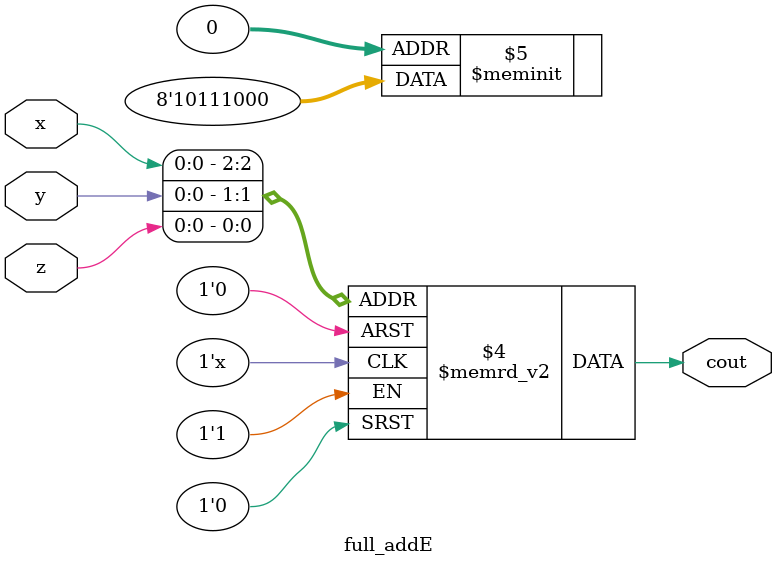
<source format=v>
module full_addE
(
	input x, y, z, 
	output reg cout
);
always@(x or y or z)
begin
	case({x,y , z})
	3 'b000: begin cout = 0; end 
	3 'b001: begin cout = 0; end 
	3 'b010: begin cout = 0; end 
	3 'b011: begin cout = 1; end 
	3 'b100: begin cout = 1; end 
	3 'b101: begin cout = 1; end 
	3 'b110: begin cout = 0; end 
	3 'b111: begin cout = 1; end 
	default: begin cout= 0; end
	endcase
end
endmodule

</source>
